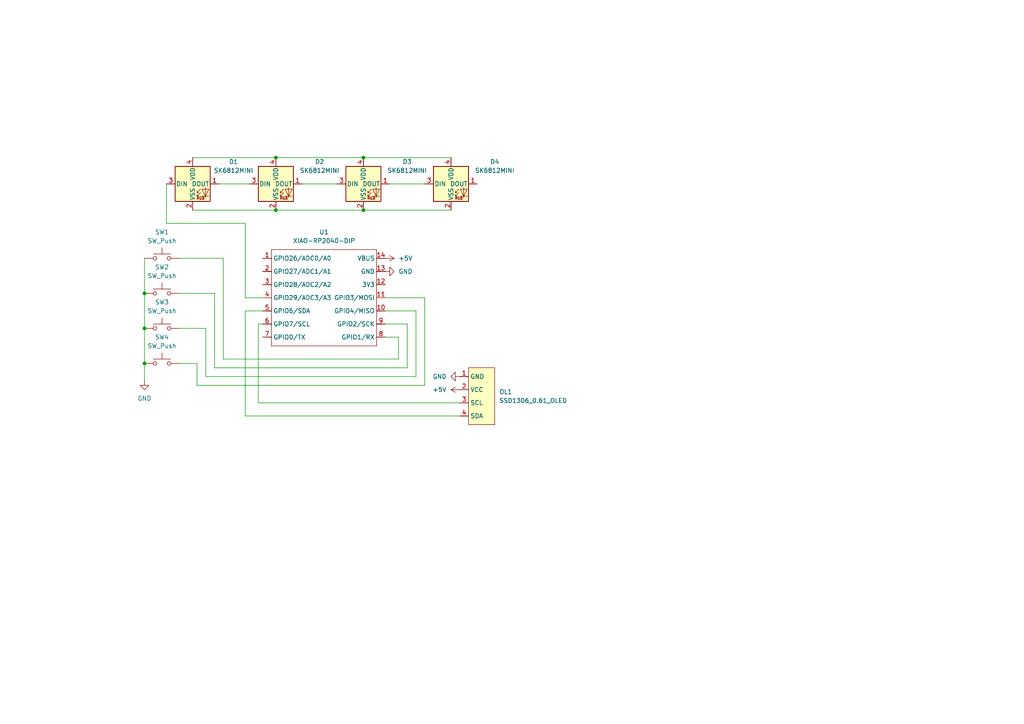
<source format=kicad_sch>
(kicad_sch
	(version 20250114)
	(generator "eeschema")
	(generator_version "9.0")
	(uuid "c25157e5-bc0e-4ba1-a5af-b6e11fd295f0")
	(paper "A4")
	(lib_symbols
		(symbol "LED:SK6812MINI"
			(pin_names
				(offset 0.254)
			)
			(exclude_from_sim no)
			(in_bom yes)
			(on_board yes)
			(property "Reference" "D"
				(at 5.08 5.715 0)
				(effects
					(font
						(size 1.27 1.27)
					)
					(justify right bottom)
				)
			)
			(property "Value" "SK6812MINI"
				(at 1.27 -5.715 0)
				(effects
					(font
						(size 1.27 1.27)
					)
					(justify left top)
				)
			)
			(property "Footprint" "LED_SMD:LED_SK6812MINI_PLCC4_3.5x3.5mm_P1.75mm"
				(at 1.27 -7.62 0)
				(effects
					(font
						(size 1.27 1.27)
					)
					(justify left top)
					(hide yes)
				)
			)
			(property "Datasheet" "https://cdn-shop.adafruit.com/product-files/2686/SK6812MINI_REV.01-1-2.pdf"
				(at 2.54 -9.525 0)
				(effects
					(font
						(size 1.27 1.27)
					)
					(justify left top)
					(hide yes)
				)
			)
			(property "Description" "RGB LED with integrated controller"
				(at 0 0 0)
				(effects
					(font
						(size 1.27 1.27)
					)
					(hide yes)
				)
			)
			(property "ki_keywords" "RGB LED NeoPixel Mini addressable"
				(at 0 0 0)
				(effects
					(font
						(size 1.27 1.27)
					)
					(hide yes)
				)
			)
			(property "ki_fp_filters" "LED*SK6812MINI*PLCC*3.5x3.5mm*P1.75mm*"
				(at 0 0 0)
				(effects
					(font
						(size 1.27 1.27)
					)
					(hide yes)
				)
			)
			(symbol "SK6812MINI_0_0"
				(text "RGB"
					(at 2.286 -4.191 0)
					(effects
						(font
							(size 0.762 0.762)
						)
					)
				)
			)
			(symbol "SK6812MINI_0_1"
				(polyline
					(pts
						(xy 1.27 -2.54) (xy 1.778 -2.54)
					)
					(stroke
						(width 0)
						(type default)
					)
					(fill
						(type none)
					)
				)
				(polyline
					(pts
						(xy 1.27 -3.556) (xy 1.778 -3.556)
					)
					(stroke
						(width 0)
						(type default)
					)
					(fill
						(type none)
					)
				)
				(polyline
					(pts
						(xy 2.286 -1.524) (xy 1.27 -2.54) (xy 1.27 -2.032)
					)
					(stroke
						(width 0)
						(type default)
					)
					(fill
						(type none)
					)
				)
				(polyline
					(pts
						(xy 2.286 -2.54) (xy 1.27 -3.556) (xy 1.27 -3.048)
					)
					(stroke
						(width 0)
						(type default)
					)
					(fill
						(type none)
					)
				)
				(polyline
					(pts
						(xy 3.683 -1.016) (xy 3.683 -3.556) (xy 3.683 -4.064)
					)
					(stroke
						(width 0)
						(type default)
					)
					(fill
						(type none)
					)
				)
				(polyline
					(pts
						(xy 4.699 -1.524) (xy 2.667 -1.524) (xy 3.683 -3.556) (xy 4.699 -1.524)
					)
					(stroke
						(width 0)
						(type default)
					)
					(fill
						(type none)
					)
				)
				(polyline
					(pts
						(xy 4.699 -3.556) (xy 2.667 -3.556)
					)
					(stroke
						(width 0)
						(type default)
					)
					(fill
						(type none)
					)
				)
				(rectangle
					(start 5.08 5.08)
					(end -5.08 -5.08)
					(stroke
						(width 0.254)
						(type default)
					)
					(fill
						(type background)
					)
				)
			)
			(symbol "SK6812MINI_1_1"
				(pin input line
					(at -7.62 0 0)
					(length 2.54)
					(name "DIN"
						(effects
							(font
								(size 1.27 1.27)
							)
						)
					)
					(number "3"
						(effects
							(font
								(size 1.27 1.27)
							)
						)
					)
				)
				(pin power_in line
					(at 0 7.62 270)
					(length 2.54)
					(name "VDD"
						(effects
							(font
								(size 1.27 1.27)
							)
						)
					)
					(number "4"
						(effects
							(font
								(size 1.27 1.27)
							)
						)
					)
				)
				(pin power_in line
					(at 0 -7.62 90)
					(length 2.54)
					(name "VSS"
						(effects
							(font
								(size 1.27 1.27)
							)
						)
					)
					(number "2"
						(effects
							(font
								(size 1.27 1.27)
							)
						)
					)
				)
				(pin output line
					(at 7.62 0 180)
					(length 2.54)
					(name "DOUT"
						(effects
							(font
								(size 1.27 1.27)
							)
						)
					)
					(number "1"
						(effects
							(font
								(size 1.27 1.27)
							)
						)
					)
				)
			)
			(embedded_fonts no)
		)
		(symbol "OPL:XIAO-RP2040-DIP"
			(exclude_from_sim no)
			(in_bom yes)
			(on_board yes)
			(property "Reference" "U"
				(at 0 0 0)
				(effects
					(font
						(size 1.27 1.27)
					)
				)
			)
			(property "Value" "XIAO-RP2040-DIP"
				(at 5.334 -1.778 0)
				(effects
					(font
						(size 1.27 1.27)
					)
				)
			)
			(property "Footprint" "Module:MOUDLE14P-XIAO-DIP-SMD"
				(at 14.478 -32.258 0)
				(effects
					(font
						(size 1.27 1.27)
					)
					(hide yes)
				)
			)
			(property "Datasheet" ""
				(at 0 0 0)
				(effects
					(font
						(size 1.27 1.27)
					)
					(hide yes)
				)
			)
			(property "Description" ""
				(at 0 0 0)
				(effects
					(font
						(size 1.27 1.27)
					)
					(hide yes)
				)
			)
			(symbol "XIAO-RP2040-DIP_1_0"
				(polyline
					(pts
						(xy -1.27 -2.54) (xy 29.21 -2.54)
					)
					(stroke
						(width 0.1524)
						(type solid)
					)
					(fill
						(type none)
					)
				)
				(polyline
					(pts
						(xy -1.27 -5.08) (xy -2.54 -5.08)
					)
					(stroke
						(width 0.1524)
						(type solid)
					)
					(fill
						(type none)
					)
				)
				(polyline
					(pts
						(xy -1.27 -5.08) (xy -1.27 -2.54)
					)
					(stroke
						(width 0.1524)
						(type solid)
					)
					(fill
						(type none)
					)
				)
				(polyline
					(pts
						(xy -1.27 -8.89) (xy -2.54 -8.89)
					)
					(stroke
						(width 0.1524)
						(type solid)
					)
					(fill
						(type none)
					)
				)
				(polyline
					(pts
						(xy -1.27 -8.89) (xy -1.27 -5.08)
					)
					(stroke
						(width 0.1524)
						(type solid)
					)
					(fill
						(type none)
					)
				)
				(polyline
					(pts
						(xy -1.27 -12.7) (xy -2.54 -12.7)
					)
					(stroke
						(width 0.1524)
						(type solid)
					)
					(fill
						(type none)
					)
				)
				(polyline
					(pts
						(xy -1.27 -12.7) (xy -1.27 -8.89)
					)
					(stroke
						(width 0.1524)
						(type solid)
					)
					(fill
						(type none)
					)
				)
				(polyline
					(pts
						(xy -1.27 -16.51) (xy -2.54 -16.51)
					)
					(stroke
						(width 0.1524)
						(type solid)
					)
					(fill
						(type none)
					)
				)
				(polyline
					(pts
						(xy -1.27 -16.51) (xy -1.27 -12.7)
					)
					(stroke
						(width 0.1524)
						(type solid)
					)
					(fill
						(type none)
					)
				)
				(polyline
					(pts
						(xy -1.27 -20.32) (xy -2.54 -20.32)
					)
					(stroke
						(width 0.1524)
						(type solid)
					)
					(fill
						(type none)
					)
				)
				(polyline
					(pts
						(xy -1.27 -24.13) (xy -2.54 -24.13)
					)
					(stroke
						(width 0.1524)
						(type solid)
					)
					(fill
						(type none)
					)
				)
				(polyline
					(pts
						(xy -1.27 -27.94) (xy -2.54 -27.94)
					)
					(stroke
						(width 0.1524)
						(type solid)
					)
					(fill
						(type none)
					)
				)
				(polyline
					(pts
						(xy -1.27 -30.48) (xy -1.27 -16.51)
					)
					(stroke
						(width 0.1524)
						(type solid)
					)
					(fill
						(type none)
					)
				)
				(polyline
					(pts
						(xy 29.21 -2.54) (xy 29.21 -5.08)
					)
					(stroke
						(width 0.1524)
						(type solid)
					)
					(fill
						(type none)
					)
				)
				(polyline
					(pts
						(xy 29.21 -5.08) (xy 29.21 -8.89)
					)
					(stroke
						(width 0.1524)
						(type solid)
					)
					(fill
						(type none)
					)
				)
				(polyline
					(pts
						(xy 29.21 -8.89) (xy 29.21 -12.7)
					)
					(stroke
						(width 0.1524)
						(type solid)
					)
					(fill
						(type none)
					)
				)
				(polyline
					(pts
						(xy 29.21 -12.7) (xy 29.21 -30.48)
					)
					(stroke
						(width 0.1524)
						(type solid)
					)
					(fill
						(type none)
					)
				)
				(polyline
					(pts
						(xy 29.21 -30.48) (xy -1.27 -30.48)
					)
					(stroke
						(width 0.1524)
						(type solid)
					)
					(fill
						(type none)
					)
				)
				(polyline
					(pts
						(xy 30.48 -5.08) (xy 29.21 -5.08)
					)
					(stroke
						(width 0.1524)
						(type solid)
					)
					(fill
						(type none)
					)
				)
				(polyline
					(pts
						(xy 30.48 -8.89) (xy 29.21 -8.89)
					)
					(stroke
						(width 0.1524)
						(type solid)
					)
					(fill
						(type none)
					)
				)
				(polyline
					(pts
						(xy 30.48 -12.7) (xy 29.21 -12.7)
					)
					(stroke
						(width 0.1524)
						(type solid)
					)
					(fill
						(type none)
					)
				)
				(polyline
					(pts
						(xy 30.48 -16.51) (xy 29.21 -16.51)
					)
					(stroke
						(width 0.1524)
						(type solid)
					)
					(fill
						(type none)
					)
				)
				(polyline
					(pts
						(xy 30.48 -20.32) (xy 29.21 -20.32)
					)
					(stroke
						(width 0.1524)
						(type solid)
					)
					(fill
						(type none)
					)
				)
				(polyline
					(pts
						(xy 30.48 -24.13) (xy 29.21 -24.13)
					)
					(stroke
						(width 0.1524)
						(type solid)
					)
					(fill
						(type none)
					)
				)
				(polyline
					(pts
						(xy 30.48 -27.94) (xy 29.21 -27.94)
					)
					(stroke
						(width 0.1524)
						(type solid)
					)
					(fill
						(type none)
					)
				)
				(pin passive line
					(at -3.81 -5.08 0)
					(length 2.54)
					(name "GPIO26/ADC0/A0"
						(effects
							(font
								(size 1.27 1.27)
							)
						)
					)
					(number "1"
						(effects
							(font
								(size 1.27 1.27)
							)
						)
					)
				)
				(pin passive line
					(at -3.81 -8.89 0)
					(length 2.54)
					(name "GPIO27/ADC1/A1"
						(effects
							(font
								(size 1.27 1.27)
							)
						)
					)
					(number "2"
						(effects
							(font
								(size 1.27 1.27)
							)
						)
					)
				)
				(pin passive line
					(at -3.81 -12.7 0)
					(length 2.54)
					(name "GPIO28/ADC2/A2"
						(effects
							(font
								(size 1.27 1.27)
							)
						)
					)
					(number "3"
						(effects
							(font
								(size 1.27 1.27)
							)
						)
					)
				)
				(pin passive line
					(at -3.81 -16.51 0)
					(length 2.54)
					(name "GPIO29/ADC3/A3"
						(effects
							(font
								(size 1.27 1.27)
							)
						)
					)
					(number "4"
						(effects
							(font
								(size 1.27 1.27)
							)
						)
					)
				)
				(pin passive line
					(at -3.81 -20.32 0)
					(length 2.54)
					(name "GPIO6/SDA"
						(effects
							(font
								(size 1.27 1.27)
							)
						)
					)
					(number "5"
						(effects
							(font
								(size 1.27 1.27)
							)
						)
					)
				)
				(pin passive line
					(at -3.81 -24.13 0)
					(length 2.54)
					(name "GPIO7/SCL"
						(effects
							(font
								(size 1.27 1.27)
							)
						)
					)
					(number "6"
						(effects
							(font
								(size 1.27 1.27)
							)
						)
					)
				)
				(pin passive line
					(at -3.81 -27.94 0)
					(length 2.54)
					(name "GPIO0/TX"
						(effects
							(font
								(size 1.27 1.27)
							)
						)
					)
					(number "7"
						(effects
							(font
								(size 1.27 1.27)
							)
						)
					)
				)
				(pin passive line
					(at 31.75 -5.08 180)
					(length 2.54)
					(name "VBUS"
						(effects
							(font
								(size 1.27 1.27)
							)
						)
					)
					(number "14"
						(effects
							(font
								(size 1.27 1.27)
							)
						)
					)
				)
				(pin passive line
					(at 31.75 -8.89 180)
					(length 2.54)
					(name "GND"
						(effects
							(font
								(size 1.27 1.27)
							)
						)
					)
					(number "13"
						(effects
							(font
								(size 1.27 1.27)
							)
						)
					)
				)
				(pin passive line
					(at 31.75 -12.7 180)
					(length 2.54)
					(name "3V3"
						(effects
							(font
								(size 1.27 1.27)
							)
						)
					)
					(number "12"
						(effects
							(font
								(size 1.27 1.27)
							)
						)
					)
				)
				(pin passive line
					(at 31.75 -16.51 180)
					(length 2.54)
					(name "GPIO3/MOSI"
						(effects
							(font
								(size 1.27 1.27)
							)
						)
					)
					(number "11"
						(effects
							(font
								(size 1.27 1.27)
							)
						)
					)
				)
				(pin passive line
					(at 31.75 -20.32 180)
					(length 2.54)
					(name "GPIO4/MISO"
						(effects
							(font
								(size 1.27 1.27)
							)
						)
					)
					(number "10"
						(effects
							(font
								(size 1.27 1.27)
							)
						)
					)
				)
				(pin passive line
					(at 31.75 -24.13 180)
					(length 2.54)
					(name "GPIO2/SCK"
						(effects
							(font
								(size 1.27 1.27)
							)
						)
					)
					(number "9"
						(effects
							(font
								(size 1.27 1.27)
							)
						)
					)
				)
				(pin passive line
					(at 31.75 -27.94 180)
					(length 2.54)
					(name "GPIO1/RX"
						(effects
							(font
								(size 1.27 1.27)
							)
						)
					)
					(number "8"
						(effects
							(font
								(size 1.27 1.27)
							)
						)
					)
				)
			)
			(embedded_fonts no)
		)
		(symbol "SSD1306_0.91_OLED:SSD1306-0.91-OLED"
			(exclude_from_sim no)
			(in_bom yes)
			(on_board yes)
			(property "Reference" "OL"
				(at 8.128 3.556 0)
				(effects
					(font
						(size 1.27 1.27)
					)
				)
			)
			(property "Value" "SSD1306_0.61_OLED"
				(at 8.128 1.524 0)
				(effects
					(font
						(size 1.27 1.27)
					)
				)
			)
			(property "Footprint" ""
				(at 7.62 1.27 0)
				(effects
					(font
						(size 1.27 1.27)
					)
					(hide yes)
				)
			)
			(property "Datasheet" ""
				(at 7.62 1.27 0)
				(effects
					(font
						(size 1.27 1.27)
					)
					(hide yes)
				)
			)
			(property "Description" ""
				(at 7.62 1.27 0)
				(effects
					(font
						(size 1.27 1.27)
					)
					(hide yes)
				)
			)
			(symbol "SSD1306-0.91-OLED_1_1"
				(rectangle
					(start 0 0)
					(end 16.51 -7.62)
					(stroke
						(width 0)
						(type solid)
					)
					(fill
						(type background)
					)
				)
				(pin passive line
					(at 2.54 -10.16 90)
					(length 2.54)
					(name "GND"
						(effects
							(font
								(size 1.27 1.27)
							)
						)
					)
					(number "1"
						(effects
							(font
								(size 1.27 1.27)
							)
						)
					)
				)
				(pin passive line
					(at 6.35 -10.16 90)
					(length 2.54)
					(name "VCC"
						(effects
							(font
								(size 1.27 1.27)
							)
						)
					)
					(number "2"
						(effects
							(font
								(size 1.27 1.27)
							)
						)
					)
				)
				(pin passive line
					(at 10.16 -10.16 90)
					(length 2.54)
					(name "SCL"
						(effects
							(font
								(size 1.27 1.27)
							)
						)
					)
					(number "3"
						(effects
							(font
								(size 1.27 1.27)
							)
						)
					)
				)
				(pin passive line
					(at 13.97 -10.16 90)
					(length 2.54)
					(name "SDA"
						(effects
							(font
								(size 1.27 1.27)
							)
						)
					)
					(number "4"
						(effects
							(font
								(size 1.27 1.27)
							)
						)
					)
				)
			)
			(embedded_fonts no)
		)
		(symbol "Switch:SW_Push"
			(pin_numbers
				(hide yes)
			)
			(pin_names
				(offset 1.016)
				(hide yes)
			)
			(exclude_from_sim no)
			(in_bom yes)
			(on_board yes)
			(property "Reference" "SW"
				(at 1.27 2.54 0)
				(effects
					(font
						(size 1.27 1.27)
					)
					(justify left)
				)
			)
			(property "Value" "SW_Push"
				(at 0 -1.524 0)
				(effects
					(font
						(size 1.27 1.27)
					)
				)
			)
			(property "Footprint" ""
				(at 0 5.08 0)
				(effects
					(font
						(size 1.27 1.27)
					)
					(hide yes)
				)
			)
			(property "Datasheet" "~"
				(at 0 5.08 0)
				(effects
					(font
						(size 1.27 1.27)
					)
					(hide yes)
				)
			)
			(property "Description" "Push button switch, generic, two pins"
				(at 0 0 0)
				(effects
					(font
						(size 1.27 1.27)
					)
					(hide yes)
				)
			)
			(property "ki_keywords" "switch normally-open pushbutton push-button"
				(at 0 0 0)
				(effects
					(font
						(size 1.27 1.27)
					)
					(hide yes)
				)
			)
			(symbol "SW_Push_0_1"
				(circle
					(center -2.032 0)
					(radius 0.508)
					(stroke
						(width 0)
						(type default)
					)
					(fill
						(type none)
					)
				)
				(polyline
					(pts
						(xy 0 1.27) (xy 0 3.048)
					)
					(stroke
						(width 0)
						(type default)
					)
					(fill
						(type none)
					)
				)
				(circle
					(center 2.032 0)
					(radius 0.508)
					(stroke
						(width 0)
						(type default)
					)
					(fill
						(type none)
					)
				)
				(polyline
					(pts
						(xy 2.54 1.27) (xy -2.54 1.27)
					)
					(stroke
						(width 0)
						(type default)
					)
					(fill
						(type none)
					)
				)
				(pin passive line
					(at -5.08 0 0)
					(length 2.54)
					(name "1"
						(effects
							(font
								(size 1.27 1.27)
							)
						)
					)
					(number "1"
						(effects
							(font
								(size 1.27 1.27)
							)
						)
					)
				)
				(pin passive line
					(at 5.08 0 180)
					(length 2.54)
					(name "2"
						(effects
							(font
								(size 1.27 1.27)
							)
						)
					)
					(number "2"
						(effects
							(font
								(size 1.27 1.27)
							)
						)
					)
				)
			)
			(embedded_fonts no)
		)
		(symbol "power:+5V"
			(power)
			(pin_numbers
				(hide yes)
			)
			(pin_names
				(offset 0)
				(hide yes)
			)
			(exclude_from_sim no)
			(in_bom yes)
			(on_board yes)
			(property "Reference" "#PWR"
				(at 0 -3.81 0)
				(effects
					(font
						(size 1.27 1.27)
					)
					(hide yes)
				)
			)
			(property "Value" "+5V"
				(at 0 3.556 0)
				(effects
					(font
						(size 1.27 1.27)
					)
				)
			)
			(property "Footprint" ""
				(at 0 0 0)
				(effects
					(font
						(size 1.27 1.27)
					)
					(hide yes)
				)
			)
			(property "Datasheet" ""
				(at 0 0 0)
				(effects
					(font
						(size 1.27 1.27)
					)
					(hide yes)
				)
			)
			(property "Description" "Power symbol creates a global label with name \"+5V\""
				(at 0 0 0)
				(effects
					(font
						(size 1.27 1.27)
					)
					(hide yes)
				)
			)
			(property "ki_keywords" "global power"
				(at 0 0 0)
				(effects
					(font
						(size 1.27 1.27)
					)
					(hide yes)
				)
			)
			(symbol "+5V_0_1"
				(polyline
					(pts
						(xy -0.762 1.27) (xy 0 2.54)
					)
					(stroke
						(width 0)
						(type default)
					)
					(fill
						(type none)
					)
				)
				(polyline
					(pts
						(xy 0 2.54) (xy 0.762 1.27)
					)
					(stroke
						(width 0)
						(type default)
					)
					(fill
						(type none)
					)
				)
				(polyline
					(pts
						(xy 0 0) (xy 0 2.54)
					)
					(stroke
						(width 0)
						(type default)
					)
					(fill
						(type none)
					)
				)
			)
			(symbol "+5V_1_1"
				(pin power_in line
					(at 0 0 90)
					(length 0)
					(name "~"
						(effects
							(font
								(size 1.27 1.27)
							)
						)
					)
					(number "1"
						(effects
							(font
								(size 1.27 1.27)
							)
						)
					)
				)
			)
			(embedded_fonts no)
		)
		(symbol "power:GND"
			(power)
			(pin_numbers
				(hide yes)
			)
			(pin_names
				(offset 0)
				(hide yes)
			)
			(exclude_from_sim no)
			(in_bom yes)
			(on_board yes)
			(property "Reference" "#PWR"
				(at 0 -6.35 0)
				(effects
					(font
						(size 1.27 1.27)
					)
					(hide yes)
				)
			)
			(property "Value" "GND"
				(at 0 -3.81 0)
				(effects
					(font
						(size 1.27 1.27)
					)
				)
			)
			(property "Footprint" ""
				(at 0 0 0)
				(effects
					(font
						(size 1.27 1.27)
					)
					(hide yes)
				)
			)
			(property "Datasheet" ""
				(at 0 0 0)
				(effects
					(font
						(size 1.27 1.27)
					)
					(hide yes)
				)
			)
			(property "Description" "Power symbol creates a global label with name \"GND\" , ground"
				(at 0 0 0)
				(effects
					(font
						(size 1.27 1.27)
					)
					(hide yes)
				)
			)
			(property "ki_keywords" "global power"
				(at 0 0 0)
				(effects
					(font
						(size 1.27 1.27)
					)
					(hide yes)
				)
			)
			(symbol "GND_0_1"
				(polyline
					(pts
						(xy 0 0) (xy 0 -1.27) (xy 1.27 -1.27) (xy 0 -2.54) (xy -1.27 -1.27) (xy 0 -1.27)
					)
					(stroke
						(width 0)
						(type default)
					)
					(fill
						(type none)
					)
				)
			)
			(symbol "GND_1_1"
				(pin power_in line
					(at 0 0 270)
					(length 0)
					(name "~"
						(effects
							(font
								(size 1.27 1.27)
							)
						)
					)
					(number "1"
						(effects
							(font
								(size 1.27 1.27)
							)
						)
					)
				)
			)
			(embedded_fonts no)
		)
	)
	(junction
		(at 41.91 95.25)
		(diameter 0)
		(color 0 0 0 0)
		(uuid "032de483-e817-44d9-bf0a-7b38958593a3")
	)
	(junction
		(at 105.41 60.96)
		(diameter 0)
		(color 0 0 0 0)
		(uuid "23417de0-5fe8-4b29-ab19-2af04e3ba250")
	)
	(junction
		(at 80.01 45.72)
		(diameter 0)
		(color 0 0 0 0)
		(uuid "42c0552d-4ab1-4a04-8949-537b31684b02")
	)
	(junction
		(at 105.41 45.72)
		(diameter 0)
		(color 0 0 0 0)
		(uuid "467180ee-e1e5-4871-a48f-e59e2b4b5591")
	)
	(junction
		(at 41.91 105.41)
		(diameter 0)
		(color 0 0 0 0)
		(uuid "9d10ab0e-b61c-42e6-bc5c-d7996154d3d9")
	)
	(junction
		(at 41.91 85.09)
		(diameter 0)
		(color 0 0 0 0)
		(uuid "bdb16f3b-6834-4d11-a18d-090f63590ea8")
	)
	(junction
		(at 80.01 60.96)
		(diameter 0)
		(color 0 0 0 0)
		(uuid "ea63ecc2-e45a-4c40-8b7b-77098c6aeee0")
	)
	(wire
		(pts
			(xy 48.26 64.77) (xy 71.12 64.77)
		)
		(stroke
			(width 0)
			(type default)
		)
		(uuid "00c972a2-15e9-4ba2-871b-991e95ec3700")
	)
	(wire
		(pts
			(xy 74.93 116.84) (xy 74.93 93.98)
		)
		(stroke
			(width 0)
			(type default)
		)
		(uuid "01d6443d-f4e8-482e-a67c-89c71a424cc9")
	)
	(wire
		(pts
			(xy 111.76 86.36) (xy 123.19 86.36)
		)
		(stroke
			(width 0)
			(type default)
		)
		(uuid "14ae75da-37cb-42f4-a5f9-f60bb1d087b4")
	)
	(wire
		(pts
			(xy 57.15 111.76) (xy 123.19 111.76)
		)
		(stroke
			(width 0)
			(type default)
		)
		(uuid "1b5fb7dc-997b-46a9-9b08-563bdd37d415")
	)
	(wire
		(pts
			(xy 118.11 106.68) (xy 118.11 93.98)
		)
		(stroke
			(width 0)
			(type default)
		)
		(uuid "22cf921e-a4f4-4501-87de-5fc796071256")
	)
	(wire
		(pts
			(xy 133.35 116.84) (xy 74.93 116.84)
		)
		(stroke
			(width 0)
			(type default)
		)
		(uuid "2567ba3a-fb6b-4734-9abf-fbe5080360cb")
	)
	(wire
		(pts
			(xy 115.57 104.14) (xy 115.57 97.79)
		)
		(stroke
			(width 0)
			(type default)
		)
		(uuid "27b4dd28-cca2-4e0b-b292-1273b6fe1abc")
	)
	(wire
		(pts
			(xy 120.65 90.17) (xy 111.76 90.17)
		)
		(stroke
			(width 0)
			(type default)
		)
		(uuid "27f974e3-07e6-49eb-9acf-d2bac8654a50")
	)
	(wire
		(pts
			(xy 55.88 60.96) (xy 80.01 60.96)
		)
		(stroke
			(width 0)
			(type default)
		)
		(uuid "2818c813-b379-4f9e-a9c6-b897d10a8f87")
	)
	(wire
		(pts
			(xy 55.88 45.72) (xy 80.01 45.72)
		)
		(stroke
			(width 0)
			(type default)
		)
		(uuid "2a7fab61-255e-4d94-b03f-66aa39b9d2db")
	)
	(wire
		(pts
			(xy 71.12 86.36) (xy 76.2 86.36)
		)
		(stroke
			(width 0)
			(type default)
		)
		(uuid "3c137cd7-fc9e-435e-b375-f5f8609b746d")
	)
	(wire
		(pts
			(xy 41.91 95.25) (xy 41.91 105.41)
		)
		(stroke
			(width 0)
			(type default)
		)
		(uuid "4246692e-a5af-4b16-9b28-ba183eeb6015")
	)
	(wire
		(pts
			(xy 52.07 95.25) (xy 59.69 95.25)
		)
		(stroke
			(width 0)
			(type default)
		)
		(uuid "47dc65e4-4d90-46a3-ac02-4c11f140a1f5")
	)
	(wire
		(pts
			(xy 52.07 74.93) (xy 64.77 74.93)
		)
		(stroke
			(width 0)
			(type default)
		)
		(uuid "53248c5f-5c48-42ea-ad51-fb75165e7a24")
	)
	(wire
		(pts
			(xy 111.76 97.79) (xy 115.57 97.79)
		)
		(stroke
			(width 0)
			(type default)
		)
		(uuid "55192a0e-fbed-454f-9089-1889d89b2be2")
	)
	(wire
		(pts
			(xy 64.77 74.93) (xy 64.77 104.14)
		)
		(stroke
			(width 0)
			(type default)
		)
		(uuid "5b13c1b3-7f00-47f1-ae0c-d76afccf0703")
	)
	(wire
		(pts
			(xy 71.12 64.77) (xy 71.12 86.36)
		)
		(stroke
			(width 0)
			(type default)
		)
		(uuid "6046cbfe-304a-46af-94cf-31eb2fdcc3ce")
	)
	(wire
		(pts
			(xy 62.23 106.68) (xy 118.11 106.68)
		)
		(stroke
			(width 0)
			(type default)
		)
		(uuid "6b0c40e4-eaee-4368-b4c8-2529e824dc3c")
	)
	(wire
		(pts
			(xy 59.69 95.25) (xy 59.69 109.22)
		)
		(stroke
			(width 0)
			(type default)
		)
		(uuid "77106d2b-9b54-453c-a182-6e094ee7c705")
	)
	(wire
		(pts
			(xy 41.91 74.93) (xy 41.91 85.09)
		)
		(stroke
			(width 0)
			(type default)
		)
		(uuid "7ca2d381-0655-4312-8efc-e22b6728869b")
	)
	(wire
		(pts
			(xy 113.03 53.34) (xy 123.19 53.34)
		)
		(stroke
			(width 0)
			(type default)
		)
		(uuid "8001a407-98bb-425a-87da-28530caa1162")
	)
	(wire
		(pts
			(xy 105.41 60.96) (xy 130.81 60.96)
		)
		(stroke
			(width 0)
			(type default)
		)
		(uuid "82a6edc9-3347-4de7-9436-eb0f7b2fba84")
	)
	(wire
		(pts
			(xy 111.76 93.98) (xy 118.11 93.98)
		)
		(stroke
			(width 0)
			(type default)
		)
		(uuid "8e311214-bc1e-47e5-9cd4-3c3026b4fcf7")
	)
	(wire
		(pts
			(xy 41.91 85.09) (xy 41.91 95.25)
		)
		(stroke
			(width 0)
			(type default)
		)
		(uuid "8f87975b-bb50-4cf8-a1fb-93f77aef20d3")
	)
	(wire
		(pts
			(xy 52.07 105.41) (xy 57.15 105.41)
		)
		(stroke
			(width 0)
			(type default)
		)
		(uuid "9633fe15-e39b-409b-a322-464e17a75090")
	)
	(wire
		(pts
			(xy 133.35 120.65) (xy 71.12 120.65)
		)
		(stroke
			(width 0)
			(type default)
		)
		(uuid "9a4014ca-7700-40e1-86dc-6216649f1264")
	)
	(wire
		(pts
			(xy 71.12 120.65) (xy 71.12 90.17)
		)
		(stroke
			(width 0)
			(type default)
		)
		(uuid "9b606b84-6c58-4af8-8144-fb1c0e5a5869")
	)
	(wire
		(pts
			(xy 120.65 109.22) (xy 120.65 90.17)
		)
		(stroke
			(width 0)
			(type default)
		)
		(uuid "9e285890-5d38-44b9-9427-d5b520350034")
	)
	(wire
		(pts
			(xy 87.63 53.34) (xy 97.79 53.34)
		)
		(stroke
			(width 0)
			(type default)
		)
		(uuid "a287e472-8161-4ac7-b796-41884c4dac78")
	)
	(wire
		(pts
			(xy 80.01 60.96) (xy 105.41 60.96)
		)
		(stroke
			(width 0)
			(type default)
		)
		(uuid "aed260aa-6683-4220-ba28-04b43cd02894")
	)
	(wire
		(pts
			(xy 80.01 45.72) (xy 105.41 45.72)
		)
		(stroke
			(width 0)
			(type default)
		)
		(uuid "aff0e198-28e5-4f7a-9c96-16f8ccc1fd9f")
	)
	(wire
		(pts
			(xy 59.69 109.22) (xy 120.65 109.22)
		)
		(stroke
			(width 0)
			(type default)
		)
		(uuid "c3bb2dfb-6b58-455e-a513-963d95355529")
	)
	(wire
		(pts
			(xy 123.19 111.76) (xy 123.19 86.36)
		)
		(stroke
			(width 0)
			(type default)
		)
		(uuid "c41cc549-0470-4f1a-bb8f-5889d92ac449")
	)
	(wire
		(pts
			(xy 41.91 105.41) (xy 41.91 110.49)
		)
		(stroke
			(width 0)
			(type default)
		)
		(uuid "cbc5607c-1dc2-45f7-9b66-3fb4c6a7e194")
	)
	(wire
		(pts
			(xy 105.41 45.72) (xy 130.81 45.72)
		)
		(stroke
			(width 0)
			(type default)
		)
		(uuid "ce6078d4-102e-41f3-a3dc-ac629e0c2123")
	)
	(wire
		(pts
			(xy 64.77 104.14) (xy 115.57 104.14)
		)
		(stroke
			(width 0)
			(type default)
		)
		(uuid "d25bcef4-cb97-467b-aafa-9d19181fb171")
	)
	(wire
		(pts
			(xy 71.12 90.17) (xy 76.2 90.17)
		)
		(stroke
			(width 0)
			(type default)
		)
		(uuid "d7ec49fc-c00a-4405-bf9b-c0c15b9e6758")
	)
	(wire
		(pts
			(xy 52.07 85.09) (xy 62.23 85.09)
		)
		(stroke
			(width 0)
			(type default)
		)
		(uuid "dbcf88e7-a8db-4664-bc94-ec6c697ef259")
	)
	(wire
		(pts
			(xy 74.93 93.98) (xy 76.2 93.98)
		)
		(stroke
			(width 0)
			(type default)
		)
		(uuid "dd758ec1-2d03-4d6c-bb06-239ea719dc7f")
	)
	(wire
		(pts
			(xy 48.26 53.34) (xy 48.26 64.77)
		)
		(stroke
			(width 0)
			(type default)
		)
		(uuid "dd7a6a6a-db63-4c5c-989e-a86a1a288768")
	)
	(wire
		(pts
			(xy 63.5 53.34) (xy 72.39 53.34)
		)
		(stroke
			(width 0)
			(type default)
		)
		(uuid "eeefe062-82a4-4435-914e-62d88dd843a6")
	)
	(wire
		(pts
			(xy 62.23 85.09) (xy 62.23 106.68)
		)
		(stroke
			(width 0)
			(type default)
		)
		(uuid "f09d48db-f053-461d-949f-c87f060c9d6b")
	)
	(wire
		(pts
			(xy 57.15 105.41) (xy 57.15 111.76)
		)
		(stroke
			(width 0)
			(type default)
		)
		(uuid "f93f5238-04aa-4b83-bad3-b172fbe5a247")
	)
	(symbol
		(lib_id "LED:SK6812MINI")
		(at 80.01 53.34 0)
		(unit 1)
		(exclude_from_sim no)
		(in_bom yes)
		(on_board yes)
		(dnp no)
		(fields_autoplaced yes)
		(uuid "05a18ff1-7c78-44b9-8bd1-b3017e777227")
		(property "Reference" "D2"
			(at 92.71 46.9198 0)
			(effects
				(font
					(size 1.27 1.27)
				)
			)
		)
		(property "Value" "SK6812MINI"
			(at 92.71 49.4598 0)
			(effects
				(font
					(size 1.27 1.27)
				)
			)
		)
		(property "Footprint" "LED_SMD:LED_SK6812MINI_PLCC4_3.5x3.5mm_P1.75mm"
			(at 81.28 60.96 0)
			(effects
				(font
					(size 1.27 1.27)
				)
				(justify left top)
				(hide yes)
			)
		)
		(property "Datasheet" "https://cdn-shop.adafruit.com/product-files/2686/SK6812MINI_REV.01-1-2.pdf"
			(at 82.55 62.865 0)
			(effects
				(font
					(size 1.27 1.27)
				)
				(justify left top)
				(hide yes)
			)
		)
		(property "Description" "RGB LED with integrated controller"
			(at 80.01 53.34 0)
			(effects
				(font
					(size 1.27 1.27)
				)
				(hide yes)
			)
		)
		(pin "4"
			(uuid "1190ba06-5872-4844-8cb9-4dea72743bde")
		)
		(pin "1"
			(uuid "067f9581-3150-4c47-b965-eb3b2a4e5a65")
		)
		(pin "3"
			(uuid "24d163e3-ab2a-4e58-9f33-b847dc7df4b4")
		)
		(pin "2"
			(uuid "4d61c4d2-d0ed-40b7-b5de-123f4e8fe539")
		)
		(instances
			(project "HackPad"
				(path "/c25157e5-bc0e-4ba1-a5af-b6e11fd295f0"
					(reference "D2")
					(unit 1)
				)
			)
		)
	)
	(symbol
		(lib_id "LED:SK6812MINI")
		(at 105.41 53.34 0)
		(unit 1)
		(exclude_from_sim no)
		(in_bom yes)
		(on_board yes)
		(dnp no)
		(fields_autoplaced yes)
		(uuid "3260c02f-97f6-49cb-bd28-21d4bffae080")
		(property "Reference" "D3"
			(at 118.11 46.9198 0)
			(effects
				(font
					(size 1.27 1.27)
				)
			)
		)
		(property "Value" "SK6812MINI"
			(at 118.11 49.4598 0)
			(effects
				(font
					(size 1.27 1.27)
				)
			)
		)
		(property "Footprint" "LED_SMD:LED_SK6812MINI_PLCC4_3.5x3.5mm_P1.75mm"
			(at 106.68 60.96 0)
			(effects
				(font
					(size 1.27 1.27)
				)
				(justify left top)
				(hide yes)
			)
		)
		(property "Datasheet" "https://cdn-shop.adafruit.com/product-files/2686/SK6812MINI_REV.01-1-2.pdf"
			(at 107.95 62.865 0)
			(effects
				(font
					(size 1.27 1.27)
				)
				(justify left top)
				(hide yes)
			)
		)
		(property "Description" "RGB LED with integrated controller"
			(at 105.41 53.34 0)
			(effects
				(font
					(size 1.27 1.27)
				)
				(hide yes)
			)
		)
		(pin "4"
			(uuid "ec1f2418-411a-4a5a-86d9-881b6453861b")
		)
		(pin "1"
			(uuid "c96fc997-8db8-4ee9-9ee7-30efae79de72")
		)
		(pin "3"
			(uuid "991f7b2e-380f-4a22-87cf-ee0b554a482a")
		)
		(pin "2"
			(uuid "86801622-e8f6-407f-9d64-5a6dc6fad7e9")
		)
		(instances
			(project "HackPad"
				(path "/c25157e5-bc0e-4ba1-a5af-b6e11fd295f0"
					(reference "D3")
					(unit 1)
				)
			)
		)
	)
	(symbol
		(lib_id "power:GND")
		(at 133.35 109.22 270)
		(unit 1)
		(exclude_from_sim no)
		(in_bom yes)
		(on_board yes)
		(dnp no)
		(fields_autoplaced yes)
		(uuid "351945c2-58db-42cd-a5a6-c8d359cc2ce7")
		(property "Reference" "#PWR04"
			(at 127 109.22 0)
			(effects
				(font
					(size 1.27 1.27)
				)
				(hide yes)
			)
		)
		(property "Value" "GND"
			(at 129.54 109.2199 90)
			(effects
				(font
					(size 1.27 1.27)
				)
				(justify right)
			)
		)
		(property "Footprint" ""
			(at 133.35 109.22 0)
			(effects
				(font
					(size 1.27 1.27)
				)
				(hide yes)
			)
		)
		(property "Datasheet" ""
			(at 133.35 109.22 0)
			(effects
				(font
					(size 1.27 1.27)
				)
				(hide yes)
			)
		)
		(property "Description" "Power symbol creates a global label with name \"GND\" , ground"
			(at 133.35 109.22 0)
			(effects
				(font
					(size 1.27 1.27)
				)
				(hide yes)
			)
		)
		(pin "1"
			(uuid "a6a52291-d815-4046-8f1d-cb43e6170f80")
		)
		(instances
			(project ""
				(path "/c25157e5-bc0e-4ba1-a5af-b6e11fd295f0"
					(reference "#PWR04")
					(unit 1)
				)
			)
		)
	)
	(symbol
		(lib_id "LED:SK6812MINI")
		(at 55.88 53.34 0)
		(unit 1)
		(exclude_from_sim no)
		(in_bom yes)
		(on_board yes)
		(dnp no)
		(fields_autoplaced yes)
		(uuid "3add0ebc-3f8b-4c87-aa48-f90f27816c2c")
		(property "Reference" "D1"
			(at 67.7342 46.9198 0)
			(effects
				(font
					(size 1.27 1.27)
				)
			)
		)
		(property "Value" "SK6812MINI"
			(at 67.7342 49.4598 0)
			(effects
				(font
					(size 1.27 1.27)
				)
			)
		)
		(property "Footprint" "LED_SMD:LED_SK6812MINI_PLCC4_3.5x3.5mm_P1.75mm"
			(at 57.15 60.96 0)
			(effects
				(font
					(size 1.27 1.27)
				)
				(justify left top)
				(hide yes)
			)
		)
		(property "Datasheet" "https://cdn-shop.adafruit.com/product-files/2686/SK6812MINI_REV.01-1-2.pdf"
			(at 58.42 62.865 0)
			(effects
				(font
					(size 1.27 1.27)
				)
				(justify left top)
				(hide yes)
			)
		)
		(property "Description" "RGB LED with integrated controller"
			(at 55.88 53.34 0)
			(effects
				(font
					(size 1.27 1.27)
				)
				(hide yes)
			)
		)
		(pin "4"
			(uuid "bf1af79a-483c-4ebf-879f-707999b8101c")
		)
		(pin "1"
			(uuid "cb22ee70-b995-4ead-bbf1-961c3d7c70af")
		)
		(pin "3"
			(uuid "bdd21956-2927-4f30-b565-24df723c412d")
		)
		(pin "2"
			(uuid "6c8ce150-7732-4d00-90d7-a03d33abb734")
		)
		(instances
			(project ""
				(path "/c25157e5-bc0e-4ba1-a5af-b6e11fd295f0"
					(reference "D1")
					(unit 1)
				)
			)
		)
	)
	(symbol
		(lib_id "SSD1306_0.91_OLED:SSD1306-0.91-OLED")
		(at 143.51 106.68 270)
		(unit 1)
		(exclude_from_sim no)
		(in_bom yes)
		(on_board yes)
		(dnp no)
		(fields_autoplaced yes)
		(uuid "64cab06c-b6e2-4a43-9f20-4607bbbe2f8c")
		(property "Reference" "OL1"
			(at 144.78 113.6649 90)
			(effects
				(font
					(size 1.27 1.27)
				)
				(justify left)
			)
		)
		(property "Value" "SSD1306_0.61_OLED"
			(at 144.78 116.2049 90)
			(effects
				(font
					(size 1.27 1.27)
				)
				(justify left)
			)
		)
		(property "Footprint" "OLED:SSD1306-0.91-OLED-4pin-128x32"
			(at 144.78 114.3 0)
			(effects
				(font
					(size 1.27 1.27)
				)
				(hide yes)
			)
		)
		(property "Datasheet" ""
			(at 144.78 114.3 0)
			(effects
				(font
					(size 1.27 1.27)
				)
				(hide yes)
			)
		)
		(property "Description" ""
			(at 144.78 114.3 0)
			(effects
				(font
					(size 1.27 1.27)
				)
				(hide yes)
			)
		)
		(pin "3"
			(uuid "c523f56d-90a9-4479-96d1-db2ec53ca2d1")
		)
		(pin "1"
			(uuid "fd8a7d2a-fd53-4e80-a92e-51ff2b03aa2c")
		)
		(pin "2"
			(uuid "9ad73225-b352-496f-b3b5-05d89f25d0f0")
		)
		(pin "4"
			(uuid "3333abcb-f09e-4b41-a04b-ab986b7a646b")
		)
		(instances
			(project ""
				(path "/c25157e5-bc0e-4ba1-a5af-b6e11fd295f0"
					(reference "OL1")
					(unit 1)
				)
			)
		)
	)
	(symbol
		(lib_id "Switch:SW_Push")
		(at 46.99 74.93 0)
		(unit 1)
		(exclude_from_sim no)
		(in_bom yes)
		(on_board yes)
		(dnp no)
		(fields_autoplaced yes)
		(uuid "6d697b84-cc8c-4a05-87b6-423f12cfd913")
		(property "Reference" "SW1"
			(at 46.99 67.31 0)
			(effects
				(font
					(size 1.27 1.27)
				)
			)
		)
		(property "Value" "SW_Push"
			(at 46.99 69.85 0)
			(effects
				(font
					(size 1.27 1.27)
				)
			)
		)
		(property "Footprint" "Button_Switch_Keyboard:SW_Cherry_MX_1.00u_PCB"
			(at 46.99 69.85 0)
			(effects
				(font
					(size 1.27 1.27)
				)
				(hide yes)
			)
		)
		(property "Datasheet" "~"
			(at 46.99 69.85 0)
			(effects
				(font
					(size 1.27 1.27)
				)
				(hide yes)
			)
		)
		(property "Description" "Push button switch, generic, two pins"
			(at 46.99 74.93 0)
			(effects
				(font
					(size 1.27 1.27)
				)
				(hide yes)
			)
		)
		(pin "1"
			(uuid "21a43ce1-4bd0-4110-bbc1-217d634a955d")
		)
		(pin "2"
			(uuid "ba334301-5b71-4f41-acad-f3cb3ab70034")
		)
		(instances
			(project ""
				(path "/c25157e5-bc0e-4ba1-a5af-b6e11fd295f0"
					(reference "SW1")
					(unit 1)
				)
			)
		)
	)
	(symbol
		(lib_id "power:+5V")
		(at 133.35 113.03 90)
		(unit 1)
		(exclude_from_sim no)
		(in_bom yes)
		(on_board yes)
		(dnp no)
		(fields_autoplaced yes)
		(uuid "7f0e11d1-fd48-4693-9bbb-c3f429cdadf2")
		(property "Reference" "#PWR05"
			(at 137.16 113.03 0)
			(effects
				(font
					(size 1.27 1.27)
				)
				(hide yes)
			)
		)
		(property "Value" "+5V"
			(at 129.54 113.0299 90)
			(effects
				(font
					(size 1.27 1.27)
				)
				(justify left)
			)
		)
		(property "Footprint" ""
			(at 133.35 113.03 0)
			(effects
				(font
					(size 1.27 1.27)
				)
				(hide yes)
			)
		)
		(property "Datasheet" ""
			(at 133.35 113.03 0)
			(effects
				(font
					(size 1.27 1.27)
				)
				(hide yes)
			)
		)
		(property "Description" "Power symbol creates a global label with name \"+5V\""
			(at 133.35 113.03 0)
			(effects
				(font
					(size 1.27 1.27)
				)
				(hide yes)
			)
		)
		(pin "1"
			(uuid "26bc9e42-35f4-477a-a3fb-96de70c6c2d6")
		)
		(instances
			(project ""
				(path "/c25157e5-bc0e-4ba1-a5af-b6e11fd295f0"
					(reference "#PWR05")
					(unit 1)
				)
			)
		)
	)
	(symbol
		(lib_id "Switch:SW_Push")
		(at 46.99 95.25 0)
		(unit 1)
		(exclude_from_sim no)
		(in_bom yes)
		(on_board yes)
		(dnp no)
		(fields_autoplaced yes)
		(uuid "83e7c95d-590c-44e7-b8b9-410ad5548c91")
		(property "Reference" "SW3"
			(at 46.99 87.63 0)
			(effects
				(font
					(size 1.27 1.27)
				)
			)
		)
		(property "Value" "SW_Push"
			(at 46.99 90.17 0)
			(effects
				(font
					(size 1.27 1.27)
				)
			)
		)
		(property "Footprint" "Button_Switch_Keyboard:SW_Cherry_MX_1.00u_PCB"
			(at 46.99 90.17 0)
			(effects
				(font
					(size 1.27 1.27)
				)
				(hide yes)
			)
		)
		(property "Datasheet" "~"
			(at 46.99 90.17 0)
			(effects
				(font
					(size 1.27 1.27)
				)
				(hide yes)
			)
		)
		(property "Description" "Push button switch, generic, two pins"
			(at 46.99 95.25 0)
			(effects
				(font
					(size 1.27 1.27)
				)
				(hide yes)
			)
		)
		(pin "1"
			(uuid "40f1d37b-f3cc-4270-b1b5-f89708aa12a0")
		)
		(pin "2"
			(uuid "37295b46-3623-41a7-b58d-d6d7bb79935d")
		)
		(instances
			(project "HackPad"
				(path "/c25157e5-bc0e-4ba1-a5af-b6e11fd295f0"
					(reference "SW3")
					(unit 1)
				)
			)
		)
	)
	(symbol
		(lib_id "power:GND")
		(at 41.91 110.49 0)
		(unit 1)
		(exclude_from_sim no)
		(in_bom yes)
		(on_board yes)
		(dnp no)
		(fields_autoplaced yes)
		(uuid "8d4e2b97-3a28-474c-a784-e12e0e0ef710")
		(property "Reference" "#PWR01"
			(at 41.91 116.84 0)
			(effects
				(font
					(size 1.27 1.27)
				)
				(hide yes)
			)
		)
		(property "Value" "GND"
			(at 41.91 115.57 0)
			(effects
				(font
					(size 1.27 1.27)
				)
			)
		)
		(property "Footprint" ""
			(at 41.91 110.49 0)
			(effects
				(font
					(size 1.27 1.27)
				)
				(hide yes)
			)
		)
		(property "Datasheet" ""
			(at 41.91 110.49 0)
			(effects
				(font
					(size 1.27 1.27)
				)
				(hide yes)
			)
		)
		(property "Description" "Power symbol creates a global label with name \"GND\" , ground"
			(at 41.91 110.49 0)
			(effects
				(font
					(size 1.27 1.27)
				)
				(hide yes)
			)
		)
		(pin "1"
			(uuid "6b5e2b80-e523-44cd-bbe8-eb24c316e4bb")
		)
		(instances
			(project ""
				(path "/c25157e5-bc0e-4ba1-a5af-b6e11fd295f0"
					(reference "#PWR01")
					(unit 1)
				)
			)
		)
	)
	(symbol
		(lib_id "Switch:SW_Push")
		(at 46.99 85.09 0)
		(unit 1)
		(exclude_from_sim no)
		(in_bom yes)
		(on_board yes)
		(dnp no)
		(fields_autoplaced yes)
		(uuid "ab62698a-982a-4e32-b46e-7c54b7596dca")
		(property "Reference" "SW2"
			(at 46.99 77.47 0)
			(effects
				(font
					(size 1.27 1.27)
				)
			)
		)
		(property "Value" "SW_Push"
			(at 46.99 80.01 0)
			(effects
				(font
					(size 1.27 1.27)
				)
			)
		)
		(property "Footprint" "Button_Switch_Keyboard:SW_Cherry_MX_1.00u_PCB"
			(at 46.99 80.01 0)
			(effects
				(font
					(size 1.27 1.27)
				)
				(hide yes)
			)
		)
		(property "Datasheet" "~"
			(at 46.99 80.01 0)
			(effects
				(font
					(size 1.27 1.27)
				)
				(hide yes)
			)
		)
		(property "Description" "Push button switch, generic, two pins"
			(at 46.99 85.09 0)
			(effects
				(font
					(size 1.27 1.27)
				)
				(hide yes)
			)
		)
		(pin "1"
			(uuid "02b4d367-5684-466e-a84d-de52e6aaac02")
		)
		(pin "2"
			(uuid "ff87b84b-92e9-4489-af8f-aa88408b1229")
		)
		(instances
			(project "HackPad"
				(path "/c25157e5-bc0e-4ba1-a5af-b6e11fd295f0"
					(reference "SW2")
					(unit 1)
				)
			)
		)
	)
	(symbol
		(lib_id "Switch:SW_Push")
		(at 46.99 105.41 0)
		(unit 1)
		(exclude_from_sim no)
		(in_bom yes)
		(on_board yes)
		(dnp no)
		(fields_autoplaced yes)
		(uuid "b4bab3c2-44e5-4c49-b25b-ec61284627db")
		(property "Reference" "SW4"
			(at 46.99 97.79 0)
			(effects
				(font
					(size 1.27 1.27)
				)
			)
		)
		(property "Value" "SW_Push"
			(at 46.99 100.33 0)
			(effects
				(font
					(size 1.27 1.27)
				)
			)
		)
		(property "Footprint" "Button_Switch_Keyboard:SW_Cherry_MX_1.00u_PCB"
			(at 46.99 100.33 0)
			(effects
				(font
					(size 1.27 1.27)
				)
				(hide yes)
			)
		)
		(property "Datasheet" "~"
			(at 46.99 100.33 0)
			(effects
				(font
					(size 1.27 1.27)
				)
				(hide yes)
			)
		)
		(property "Description" "Push button switch, generic, two pins"
			(at 46.99 105.41 0)
			(effects
				(font
					(size 1.27 1.27)
				)
				(hide yes)
			)
		)
		(pin "1"
			(uuid "158d2260-2cd2-4040-a506-95d1a7ba39d2")
		)
		(pin "2"
			(uuid "14365c32-f2ce-4395-af46-5db62fc95450")
		)
		(instances
			(project "HackPad"
				(path "/c25157e5-bc0e-4ba1-a5af-b6e11fd295f0"
					(reference "SW4")
					(unit 1)
				)
			)
		)
	)
	(symbol
		(lib_id "OPL:XIAO-RP2040-DIP")
		(at 80.01 69.85 0)
		(unit 1)
		(exclude_from_sim no)
		(in_bom yes)
		(on_board yes)
		(dnp no)
		(fields_autoplaced yes)
		(uuid "cd8b96d4-9143-4809-870a-f7207a4dfaed")
		(property "Reference" "U1"
			(at 93.98 67.31 0)
			(effects
				(font
					(size 1.27 1.27)
				)
			)
		)
		(property "Value" "XIAO-RP2040-DIP"
			(at 93.98 69.85 0)
			(effects
				(font
					(size 1.27 1.27)
				)
			)
		)
		(property "Footprint" "OPL:XIAO-RP2040-DIP"
			(at 94.488 102.108 0)
			(effects
				(font
					(size 1.27 1.27)
				)
				(hide yes)
			)
		)
		(property "Datasheet" ""
			(at 80.01 69.85 0)
			(effects
				(font
					(size 1.27 1.27)
				)
				(hide yes)
			)
		)
		(property "Description" ""
			(at 80.01 69.85 0)
			(effects
				(font
					(size 1.27 1.27)
				)
				(hide yes)
			)
		)
		(pin "4"
			(uuid "6dffcdec-0aca-4961-a6f4-ac0aeee489e4")
		)
		(pin "9"
			(uuid "7a6ff238-b3b9-4186-bde0-cebd964bf968")
		)
		(pin "7"
			(uuid "62b9c3a3-9571-4098-8b93-88919db7c9d5")
		)
		(pin "6"
			(uuid "4ca7b7a7-39f0-44d9-8574-559c46188e00")
		)
		(pin "1"
			(uuid "7f8bf415-6804-46b9-9acf-d10a84a119fb")
		)
		(pin "2"
			(uuid "4e60a2e4-c5b5-4244-9e87-a095378229d3")
		)
		(pin "12"
			(uuid "c28bc8a2-ef6d-419e-92a9-4e0493882a00")
		)
		(pin "13"
			(uuid "744c7cf1-e1ae-4c1a-a732-4cda5edaab7c")
		)
		(pin "11"
			(uuid "f8cc0005-24f6-44c1-b8f9-bcb0d588010b")
		)
		(pin "5"
			(uuid "fe0416c4-b32a-4769-845c-3edbaf9be45c")
		)
		(pin "10"
			(uuid "792f6f65-a2e0-4e4a-8038-4e9d7d703220")
		)
		(pin "3"
			(uuid "fc9574a9-3707-49fb-99b0-9c56518f4e87")
		)
		(pin "14"
			(uuid "2143a4e0-3c9b-4750-aecc-fd105ebc735d")
		)
		(pin "8"
			(uuid "e1e9e4f2-e828-4df7-9e05-ae3727c0f848")
		)
		(instances
			(project ""
				(path "/c25157e5-bc0e-4ba1-a5af-b6e11fd295f0"
					(reference "U1")
					(unit 1)
				)
			)
		)
	)
	(symbol
		(lib_id "power:GND")
		(at 111.76 78.74 90)
		(unit 1)
		(exclude_from_sim no)
		(in_bom yes)
		(on_board yes)
		(dnp no)
		(fields_autoplaced yes)
		(uuid "d4d886a9-0a96-458d-bc0a-c91779a44346")
		(property "Reference" "#PWR02"
			(at 118.11 78.74 0)
			(effects
				(font
					(size 1.27 1.27)
				)
				(hide yes)
			)
		)
		(property "Value" "GND"
			(at 115.57 78.7399 90)
			(effects
				(font
					(size 1.27 1.27)
				)
				(justify right)
			)
		)
		(property "Footprint" ""
			(at 111.76 78.74 0)
			(effects
				(font
					(size 1.27 1.27)
				)
				(hide yes)
			)
		)
		(property "Datasheet" ""
			(at 111.76 78.74 0)
			(effects
				(font
					(size 1.27 1.27)
				)
				(hide yes)
			)
		)
		(property "Description" "Power symbol creates a global label with name \"GND\" , ground"
			(at 111.76 78.74 0)
			(effects
				(font
					(size 1.27 1.27)
				)
				(hide yes)
			)
		)
		(pin "1"
			(uuid "767657a7-489d-4652-9171-69a2152099fb")
		)
		(instances
			(project ""
				(path "/c25157e5-bc0e-4ba1-a5af-b6e11fd295f0"
					(reference "#PWR02")
					(unit 1)
				)
			)
		)
	)
	(symbol
		(lib_id "power:+5V")
		(at 111.76 74.93 270)
		(unit 1)
		(exclude_from_sim no)
		(in_bom yes)
		(on_board yes)
		(dnp no)
		(fields_autoplaced yes)
		(uuid "d7f748e7-14a6-45c5-8354-39dfe6aad9d5")
		(property "Reference" "#PWR03"
			(at 107.95 74.93 0)
			(effects
				(font
					(size 1.27 1.27)
				)
				(hide yes)
			)
		)
		(property "Value" "+5V"
			(at 115.57 74.9299 90)
			(effects
				(font
					(size 1.27 1.27)
				)
				(justify left)
			)
		)
		(property "Footprint" ""
			(at 111.76 74.93 0)
			(effects
				(font
					(size 1.27 1.27)
				)
				(hide yes)
			)
		)
		(property "Datasheet" ""
			(at 111.76 74.93 0)
			(effects
				(font
					(size 1.27 1.27)
				)
				(hide yes)
			)
		)
		(property "Description" "Power symbol creates a global label with name \"+5V\""
			(at 111.76 74.93 0)
			(effects
				(font
					(size 1.27 1.27)
				)
				(hide yes)
			)
		)
		(pin "1"
			(uuid "1dc02b87-bf96-429d-853a-c08d982fb229")
		)
		(instances
			(project ""
				(path "/c25157e5-bc0e-4ba1-a5af-b6e11fd295f0"
					(reference "#PWR03")
					(unit 1)
				)
			)
		)
	)
	(symbol
		(lib_id "LED:SK6812MINI")
		(at 130.81 53.34 0)
		(unit 1)
		(exclude_from_sim no)
		(in_bom yes)
		(on_board yes)
		(dnp no)
		(fields_autoplaced yes)
		(uuid "f369a738-52c9-407e-a4a1-048eb2f87d6e")
		(property "Reference" "D4"
			(at 143.51 46.9198 0)
			(effects
				(font
					(size 1.27 1.27)
				)
			)
		)
		(property "Value" "SK6812MINI"
			(at 143.51 49.4598 0)
			(effects
				(font
					(size 1.27 1.27)
				)
			)
		)
		(property "Footprint" "LED_SMD:LED_SK6812MINI_PLCC4_3.5x3.5mm_P1.75mm"
			(at 132.08 60.96 0)
			(effects
				(font
					(size 1.27 1.27)
				)
				(justify left top)
				(hide yes)
			)
		)
		(property "Datasheet" "https://cdn-shop.adafruit.com/product-files/2686/SK6812MINI_REV.01-1-2.pdf"
			(at 133.35 62.865 0)
			(effects
				(font
					(size 1.27 1.27)
				)
				(justify left top)
				(hide yes)
			)
		)
		(property "Description" "RGB LED with integrated controller"
			(at 130.81 53.34 0)
			(effects
				(font
					(size 1.27 1.27)
				)
				(hide yes)
			)
		)
		(pin "4"
			(uuid "310f06f5-6d9c-4a66-8fd8-ca6b716d63ff")
		)
		(pin "1"
			(uuid "9796e9be-7a84-4f4f-9a29-986a1d19c07c")
		)
		(pin "3"
			(uuid "c8ea3ed2-fecd-4770-a192-642373a689c8")
		)
		(pin "2"
			(uuid "9b5e2b37-db1e-4f62-bd93-b29ea8dc01e4")
		)
		(instances
			(project "HackPad"
				(path "/c25157e5-bc0e-4ba1-a5af-b6e11fd295f0"
					(reference "D4")
					(unit 1)
				)
			)
		)
	)
	(sheet_instances
		(path "/"
			(page "1")
		)
	)
	(embedded_fonts no)
)

</source>
